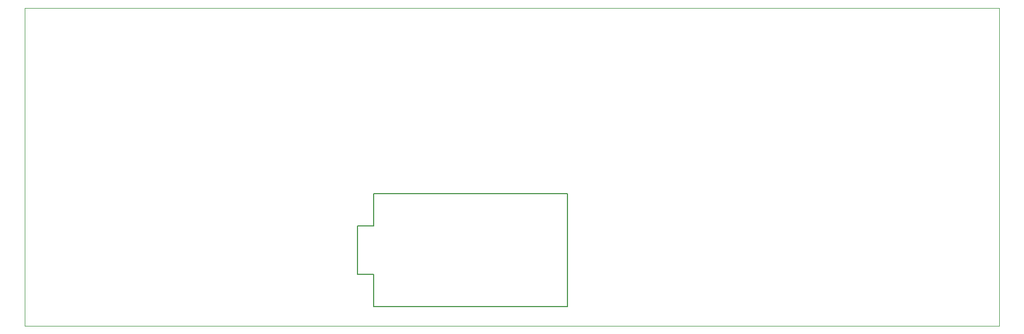
<source format=gbr>
G04 #@! TF.GenerationSoftware,KiCad,Pcbnew,(5.99.0-2620-gc6e388db1)*
G04 #@! TF.CreationDate,2020-10-01T22:16:18+03:00*
G04 #@! TF.ProjectId,TH-XWhatsIt-F,54482d58-5768-4617-9473-49742d462e6b,0.0.3*
G04 #@! TF.SameCoordinates,Original*
G04 #@! TF.FileFunction,Legend,Bot*
G04 #@! TF.FilePolarity,Positive*
%FSLAX46Y46*%
G04 Gerber Fmt 4.6, Leading zero omitted, Abs format (unit mm)*
G04 Created by KiCad (PCBNEW (5.99.0-2620-gc6e388db1)) date 2020-10-01 22:16:18*
%MOMM*%
%LPD*%
G01*
G04 APERTURE LIST*
G04 #@! TA.AperFunction,Profile*
%ADD10C,0.050000*%
G04 #@! TD*
%ADD11C,0.150000*%
G04 APERTURE END LIST*
D10*
X39166800Y-128676400D02*
X192481200Y-128676400D01*
X192481200Y-128676400D02*
X192481200Y-178714400D01*
X192481200Y-178714400D02*
X39166800Y-178714400D01*
X39166800Y-178714400D02*
X39166800Y-128676400D01*
D11*
X91532218Y-162980593D02*
X94072218Y-162980593D01*
X94072218Y-162980593D02*
X94072218Y-157900593D01*
X94072218Y-170600593D02*
X91532218Y-170600593D01*
X94072218Y-175680593D02*
X94072218Y-170600593D01*
X94072218Y-157900593D02*
X124552218Y-157900593D01*
X124552218Y-157900593D02*
X124552218Y-175680593D01*
X124552218Y-175680593D02*
X94072218Y-175680593D01*
X91532218Y-170600593D02*
X91532218Y-162980593D01*
M02*

</source>
